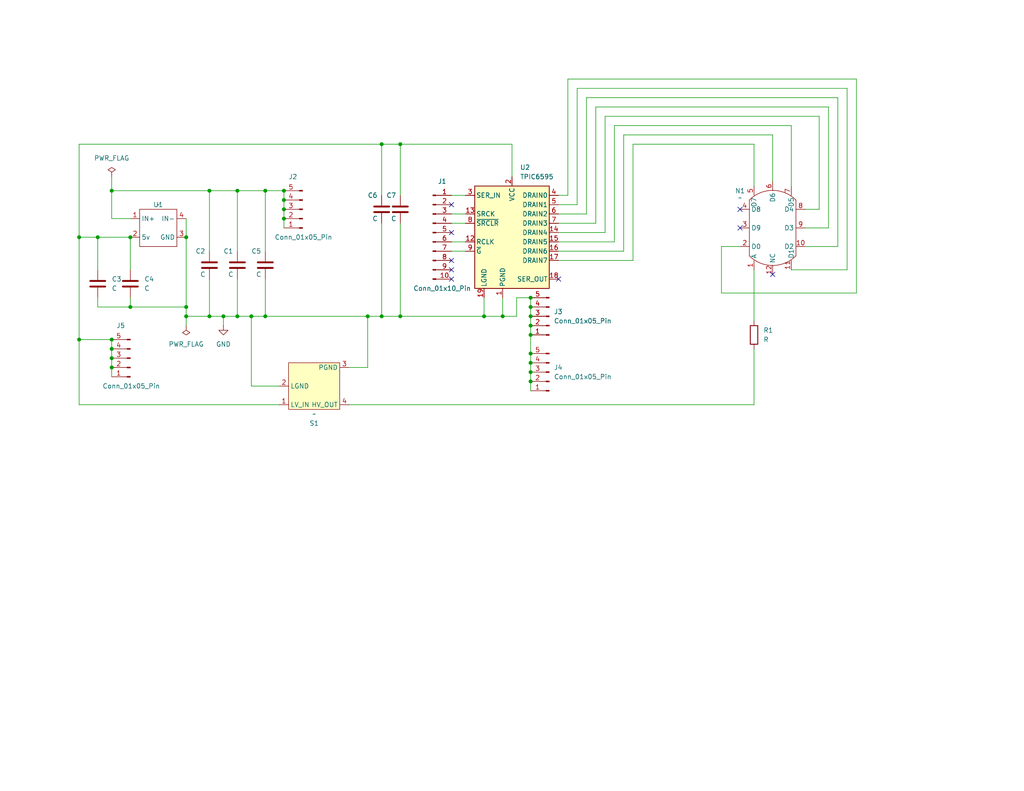
<source format=kicad_sch>
(kicad_sch (version 20231120) (generator "eeschema") (generator_version "8.0")
  (paper "USLetter")
  (title_block (title "Nixie tube clock power prototype") (company "Wholly Unneccesary Technologies (WUT)"))
  (lib_symbols
    (symbol "Connector:Conn_01x05_Pin" (pin_names (offset 1.016) hide)
      (property "Reference" "J" (at 0 7.62 0))
      (property "Value" "Conn_01x05_Pin" (at 0 -7.62 0))
      (symbol "Conn_01x05_Pin_1_1"
        (polyline (pts (xy 1.27 -5.08) (xy 0.8636 -5.08)) (stroke (width 0.1524)))
        (polyline (pts (xy 1.27 -2.54) (xy 0.8636 -2.54)) (stroke (width 0.1524)))
        (polyline (pts (xy 1.27 0) (xy 0.8636 0)) (stroke (width 0.1524)))
        (polyline (pts (xy 1.27 2.54) (xy 0.8636 2.54)) (stroke (width 0.1524)))
        (polyline (pts (xy 1.27 5.08) (xy 0.8636 5.08)) (stroke (width 0.1524)))
        (rectangle (start 0.8636 -4.953) (end 0 -5.207) (stroke (width 0.1524)) (fill (type outline)))
        (rectangle (start 0.8636 -2.413) (end 0 -2.667) (stroke (width 0.1524)) (fill (type outline)))
        (rectangle (start 0.8636 0.127) (end 0 -0.127) (stroke (width 0.1524)) (fill (type outline)))
        (rectangle (start 0.8636 2.667) (end 0 2.413) (stroke (width 0.1524)) (fill (type outline)))
        (rectangle (start 0.8636 5.207) (end 0 4.953) (stroke (width 0.1524)) (fill (type outline)))
        (pin passive line (at 5.08 5.08 180) (length 3.81) (name "Pin_1") (number "1"))
        (pin passive line (at 5.08 2.54 180) (length 3.81) (name "Pin_2") (number "2"))
        (pin passive line (at 5.08 0 180) (length 3.81) (name "Pin_3") (number "3"))
        (pin passive line (at 5.08 -2.54 180) (length 3.81) (name "Pin_4") (number "4"))
        (pin passive line (at 5.08 -5.08 180) (length 3.81) (name "Pin_5") (number "5"))
      )
    )
    (symbol "Connector:Conn_01x10_Pin" (pin_names (offset 1.016) hide)
      (property "Reference" "J" (at 0 12.7 0))
      (property "Value" "Conn_01x10_Pin" (at 0 -15.24 0))
      (symbol "Conn_01x10_Pin_1_1"
        (polyline (pts (xy 1.27 -12.7) (xy 0.8636 -12.7)) (stroke (width 0.1524)))
        (polyline (pts (xy 1.27 -10.16) (xy 0.8636 -10.16)) (stroke (width 0.1524)))
        (polyline (pts (xy 1.27 -7.62) (xy 0.8636 -7.62)) (stroke (width 0.1524)))
        (polyline (pts (xy 1.27 -5.08) (xy 0.8636 -5.08)) (stroke (width 0.1524)))
        (polyline (pts (xy 1.27 -2.54) (xy 0.8636 -2.54)) (stroke (width 0.1524)))
        (polyline (pts (xy 1.27 0) (xy 0.8636 0)) (stroke (width 0.1524)))
        (polyline (pts (xy 1.27 2.54) (xy 0.8636 2.54)) (stroke (width 0.1524)))
        (polyline (pts (xy 1.27 5.08) (xy 0.8636 5.08)) (stroke (width 0.1524)))
        (polyline (pts (xy 1.27 7.62) (xy 0.8636 7.62)) (stroke (width 0.1524)))
        (polyline (pts (xy 1.27 10.16) (xy 0.8636 10.16)) (stroke (width 0.1524)))
        (rectangle (start 0.8636 -12.573) (end 0 -12.827) (stroke (width 0.1524)) (fill (type outline)))
        (rectangle (start 0.8636 -10.033) (end 0 -10.287) (stroke (width 0.1524)) (fill (type outline)))
        (rectangle (start 0.8636 -7.493) (end 0 -7.747) (stroke (width 0.1524)) (fill (type outline)))
        (rectangle (start 0.8636 -4.953) (end 0 -5.207) (stroke (width 0.1524)) (fill (type outline)))
        (rectangle (start 0.8636 -2.413) (end 0 -2.667) (stroke (width 0.1524)) (fill (type outline)))
        (rectangle (start 0.8636 0.127) (end 0 -0.127) (stroke (width 0.1524)) (fill (type outline)))
        (rectangle (start 0.8636 2.667) (end 0 2.413) (stroke (width 0.1524)) (fill (type outline)))
        (rectangle (start 0.8636 5.207) (end 0 4.953) (stroke (width 0.1524)) (fill (type outline)))
        (rectangle (start 0.8636 7.747) (end 0 7.493) (stroke (width 0.1524)) (fill (type outline)))
        (rectangle (start 0.8636 10.287) (end 0 10.033) (stroke (width 0.1524)) (fill (type outline)))
        (pin passive line (at 5.08 10.16 180) (length 3.81) (name "Pin_1") (number "1"))
        (pin passive line (at 5.08 -12.7 180) (length 3.81) (name "Pin_10") (number "10"))
        (pin passive line (at 5.08 7.62 180) (length 3.81) (name "Pin_2") (number "2"))
        (pin passive line (at 5.08 5.08 180) (length 3.81) (name "Pin_3") (number "3"))
        (pin passive line (at 5.08 2.54 180) (length 3.81) (name "Pin_4") (number "4"))
        (pin passive line (at 5.08 0 180) (length 3.81) (name "Pin_5") (number "5"))
        (pin passive line (at 5.08 -2.54 180) (length 3.81) (name "Pin_6") (number "6"))
        (pin passive line (at 5.08 -5.08 180) (length 3.81) (name "Pin_7") (number "7"))
        (pin passive line (at 5.08 -7.62 180) (length 3.81) (name "Pin_8") (number "8"))
        (pin passive line (at 5.08 -10.16 180) (length 3.81) (name "Pin_9") (number "9"))
      )
    )
    (symbol "Device:C" (pin_numbers hide) (pin_names (offset 0.254))
      (property "Reference" "C" (at 0.635 2.54 0))
      (property "Value" "C" (at 0.635 -2.54 0))
      (symbol "C_0_1"
        (polyline (pts (xy -2.032 -0.762) (xy 2.032 -0.762)) (stroke (width 0.508)))
        (polyline (pts (xy -2.032 0.762) (xy 2.032 0.762)) (stroke (width 0.508)))
      )
      (symbol "C_1_1"
        (pin passive line (at 0 3.81 270) (length 2.794) (name "~") (number "1"))
        (pin passive line (at 0 -3.81 90) (length 2.794) (name "~") (number "2"))
      )
    )
    (symbol "Device:R" (pin_numbers hide) (pin_names (offset 0))
      (property "Reference" "R" (at 2.032 0 90))
      (property "Value" "R" (at 0 0 90))
      (symbol "R_0_1"
        (rectangle (start -1.016 -2.54) (end 1.016 2.54) (stroke (width 0.254)))
      )
      (symbol "R_1_1"
        (pin passive line (at 0 3.81 270) (length 1.27) (name "~") (number "1"))
        (pin passive line (at 0 -3.81 90) (length 1.27) (name "~") (number "2"))
      )
    )
    (symbol "Interface_Expansion:TPIC6595" (pin_names (offset 0.381))
      (property "Reference" "U" (at -8.89 13.97 0))
      (property "Value" "TPIC6595" (at 6.35 13.97 0))
      (symbol "TPIC6595_0_1"
        (rectangle (start -10.16 12.7) (end 10.16 -15.24) (stroke (width 0.254)) (fill (type background)))
      )
      (symbol "TPIC6595_1_1"
        (pin power_in line (at -2.54 -17.78 90) (length 2.54) (name "PGND") (number "1"))
        (pin passive line (at -2.54 -17.78 90) (length 2.54) hide (name "PGND") (number "10"))
        (pin passive line (at -2.54 -17.78 90) (length 2.54) hide (name "PGND") (number "11"))
        (pin input line (at -12.7 -2.54 0) (length 2.54) (name "RCLK") (number "12"))
        (pin input line (at -12.7 5.08 0) (length 2.54) (name "SRCK") (number "13"))
        (pin open_collector line (at 12.7 0 180) (length 2.54) (name "DRAIN4") (number "14"))
        (pin open_collector line (at 12.7 -2.54 180) (length 2.54) (name "DRAIN5") (number "15"))
        (pin open_collector line (at 12.7 -5.08 180) (length 2.54) (name "DRAIN6") (number "16"))
        (pin open_collector line (at 12.7 -7.62 180) (length 2.54) (name "DRAIN7") (number "17"))
        (pin output line (at 12.7 -12.7 180) (length 2.54) (name "SER_OUT") (number "18"))
        (pin power_in line (at -7.62 -17.78 90) (length 2.54) (name "LGND") (number "19"))
        (pin power_in line (at 0 15.24 270) (length 2.54) (name "VCC") (number "2"))
        (pin passive line (at -2.54 -17.78 90) (length 2.54) hide (name "PGND") (number "20"))
        (pin input line (at -12.7 10.16 0) (length 2.54) (name "SER_IN") (number "3"))
        (pin open_collector line (at 12.7 10.16 180) (length 2.54) (name "DRAIN0") (number "4"))
        (pin open_collector line (at 12.7 7.62 180) (length 2.54) (name "DRAIN1") (number "5"))
        (pin open_collector line (at 12.7 5.08 180) (length 2.54) (name "DRAIN2") (number "6"))
        (pin open_collector line (at 12.7 2.54 180) (length 2.54) (name "DRAIN3") (number "7"))
        (pin input line (at -12.7 2.54 0) (length 2.54) (name "~{SRCLR}") (number "8"))
        (pin input line (at -12.7 -5.08 0) (length 2.54) (name "~{G}") (number "9"))
      )
    )
    (symbol "NixComp:IN_12A"
      (property "Reference" "N" (at 0 0 0))
      (symbol "IN_12A_1_1"
        (arc (start -6.35 -7.62) (mid 0 -10.2502) (end 6.35 -7.62))
        (polyline (pts (xy -6.35 7.62) (xy -6.35 -7.62)))
        (polyline (pts (xy 6.35 7.62) (xy 6.35 -7.62)))
        (arc (start 6.35 7.62) (mid 0 10.2502) (end -6.35 7.62))
        (pin input line (at 5.08 -11.43 90) (length 2.54) (name "A") (number "1"))
        (pin passive line (at -8.89 -5.08 0) (length 2.54) (name "D2") (number "10"))
        (pin passive line (at -5.08 -11.43 90) (length 2.54) (name "D1") (number "11"))
        (pin passive line (at 0 -12.7 90) (length 2.54) (name "NC") (number "12"))
        (pin passive line (at 8.89 -5.08 180) (length 2.54) (name "D0") (number "2"))
        (pin passive line (at 8.89 0 180) (length 2.54) (name "D9") (number "3"))
        (pin passive line (at 8.89 5.08 180) (length 2.54) (name "D8") (number "4"))
        (pin passive line (at 5.08 11.43 270) (length 2.54) (name "D7") (number "5"))
        (pin passive line (at 0 12.7 270) (length 2.54) (name "D6") (number "6"))
        (pin passive line (at -5.08 11.43 270) (length 2.54) (name "D5") (number "7"))
        (pin passive line (at -8.89 5.08 0) (length 2.54) (name "D4") (number "8"))
        (pin passive line (at -8.89 0 0) (length 2.54) (name "D3") (number "9"))
      )
    )
    (symbol "NixComp:NCH8200HV_170v"
      (property "Reference" "S1" (at -0.635 10.16 0))
      (property "Value" "~" (at -0.635 7.62 0))
      (symbol "NCH8200HV_170v_1_1"
        (rectangle (start -7.62 6.35) (end 6.35 -6.35) (stroke (width 0) (color 132 0 0 1)) (fill (type background)))
        (pin power_in line (at -10.16 5.08 0) (length 2.54) (name "LV_IN") (number "1"))
        (pin power_in line (at -10.16 0 0) (length 2.54) (name "LGND") (number "2"))
        (pin power_in line (at 8.89 -5.08 180) (length 2.54) (name "PGND") (number "3"))
        (pin power_out line (at 8.89 5.08 180) (length 2.54) (name "HV_OUT") (number "4"))
      )
    )
    (symbol "NixComp:TR4R7"
      (property "Reference" "U" (at 0 0 0))
      (symbol "TR4R7_0_1"
        (rectangle (start -5.08 5.08) (end 5.08 -5.08))
      )
      (symbol "TR4R7_1_1"
        (pin power_in line (at -7.62 2.54 0) (length 2.54) (name "IN+") (number "1"))
        (pin power_out line (at -7.62 -2.54 0) (length 2.54) (name "5v") (number "2"))
        (pin power_in line (at 7.62 -2.54 180) (length 2.54) (name "GND") (number "3"))
        (pin power_in line (at 7.62 2.54 180) (length 2.54) (name "IN-") (number "4"))
      )
    )
    (symbol "power:GND" (power) (pin_numbers hide) (pin_names (offset 0) hide)
      (property "Value" "GND" (at 0 -3.81 0))
      (symbol "GND_0_1"
        (polyline (pts (xy 0 0) (xy 0 -1.27) (xy 1.27 -1.27) (xy 0 -2.54) (xy -1.27 -1.27) (xy 0 -1.27)))
      )
      (symbol "GND_1_1"
        (pin power_in line (at 0 0 270) (length 0) (name "~") (number "1"))
      )
    )
    (symbol "power:PWR_FLAG" (power) (pin_numbers hide) (pin_names (offset 0) hide)
      (property "Value" "PWR_FLAG" (at 0 3.81 0))
      (symbol "PWR_FLAG_0_0"
        (pin power_out line (at 0 0 90) (length 0) (name "~") (number "1"))
      )
      (symbol "PWR_FLAG_0_1"
        (polyline (pts (xy 0 0) (xy 0 1.27) (xy -1.016 1.905) (xy 0 2.54) (xy 1.016 1.905) (xy 0 1.27)))
      )
    )
  )
  (junction (at 144.78 81.28))
  (junction (at 72.39 86.36))
  (junction (at 35.56 83.82))
  (junction (at 30.48 97.79))
  (junction (at 144.78 101.6))
  (junction (at 144.78 104.14))
  (junction (at 57.15 52.07))
  (junction (at 144.78 88.9))
  (junction (at 64.77 52.07))
  (junction (at 100.33 86.36))
  (junction (at 77.47 57.15))
  (junction (at 50.8 83.82))
  (junction (at 21.59 92.71))
  (junction (at 26.67 64.77))
  (junction (at 64.77 86.36))
  (junction (at 21.59 64.77))
  (junction (at 109.22 86.36))
  (junction (at 77.47 59.69))
  (junction (at 144.78 83.82))
  (junction (at 144.78 96.52))
  (junction (at 104.14 86.36))
  (junction (at 77.47 54.61))
  (junction (at 30.48 52.07))
  (junction (at 50.8 86.36))
  (junction (at 50.8 64.77))
  (junction (at 77.47 52.07))
  (junction (at 35.56 64.77))
  (junction (at 104.14 39.37))
  (junction (at 144.78 91.44))
  (junction (at 30.48 100.33))
  (junction (at 144.78 86.36))
  (junction (at 144.78 99.06))
  (junction (at 132.08 86.36))
  (junction (at 109.22 39.37))
  (junction (at 57.15 86.36))
  (junction (at 137.16 86.36))
  (junction (at 60.96 86.36))
  (junction (at 68.58 86.36))
  (junction (at 30.48 95.25))
  (junction (at 72.39 52.07))
  (junction (at 30.48 92.71))
  (no_connect (at 123.19 73.66))
  (no_connect (at 201.93 57.15))
  (no_connect (at 123.19 63.5))
  (no_connect (at 123.19 71.12))
  (no_connect (at 123.19 55.88))
  (no_connect (at 152.4 76.2))
  (no_connect (at 210.82 74.93))
  (no_connect (at 123.19 76.2))
  (no_connect (at 201.93 62.23))
  (wire (pts (xy 30.48 95.25) (xy 30.48 97.79)))
  (wire (pts (xy 26.67 83.82) (xy 35.56 83.82)))
  (wire (pts (xy 160.02 58.42) (xy 160.02 26.67)))
  (wire (pts (xy 35.56 81.28) (xy 35.56 83.82)))
  (wire (pts (xy 26.67 64.77) (xy 21.59 64.77)))
  (wire (pts (xy 144.78 101.6) (xy 144.78 104.14)))
  (wire (pts (xy 167.64 66.04) (xy 167.64 34.29)))
  (wire (pts (xy 162.56 29.21) (xy 226.06 29.21)))
  (wire (pts (xy 26.67 81.28) (xy 26.67 83.82)))
  (wire (pts (xy 139.7 48.26) (xy 139.7 39.37)))
  (wire (pts (xy 144.78 88.9) (xy 144.78 91.44)))
  (wire (pts (xy 35.56 83.82) (xy 50.8 83.82)))
  (wire (pts (xy 144.78 81.28) (xy 144.78 83.82)))
  (wire (pts (xy 228.6 26.67) (xy 228.6 67.31)))
  (wire (pts (xy 170.18 68.58) (xy 170.18 36.83)))
  (wire (pts (xy 215.9 34.29) (xy 215.9 50.8)))
  (wire (pts (xy 64.77 76.2) (xy 64.77 86.36)))
  (wire (pts (xy 50.8 88.9) (xy 50.8 86.36)))
  (wire (pts (xy 132.08 86.36) (xy 137.16 86.36)))
  (wire (pts (xy 144.78 99.06) (xy 144.78 101.6)))
  (wire (pts (xy 196.85 67.31) (xy 196.85 80.01)))
  (wire (pts (xy 100.33 86.36) (xy 100.33 100.33)))
  (wire (pts (xy 72.39 52.07) (xy 72.39 68.58)))
  (wire (pts (xy 219.71 57.15) (xy 223.52 57.15)))
  (wire (pts (xy 152.4 63.5) (xy 165.1 63.5)))
  (wire (pts (xy 140.97 81.28) (xy 140.97 86.36)))
  (wire (pts (xy 109.22 39.37) (xy 139.7 39.37)))
  (wire (pts (xy 35.56 64.77) (xy 35.56 73.66)))
  (wire (pts (xy 26.67 64.77) (xy 26.67 73.66)))
  (wire (pts (xy 205.74 39.37) (xy 205.74 50.8)))
  (wire (pts (xy 152.4 66.04) (xy 167.64 66.04)))
  (wire (pts (xy 162.56 60.96) (xy 162.56 29.21)))
  (wire (pts (xy 35.56 64.77) (xy 26.67 64.77)))
  (wire (pts (xy 50.8 64.77) (xy 50.8 83.82)))
  (wire (pts (xy 77.47 54.61) (xy 77.47 57.15)))
  (wire (pts (xy 72.39 52.07) (xy 77.47 52.07)))
  (wire (pts (xy 123.19 58.42) (xy 127 58.42)))
  (wire (pts (xy 57.15 52.07) (xy 30.48 52.07)))
  (wire (pts (xy 21.59 92.71) (xy 21.59 110.49)))
  (wire (pts (xy 95.25 110.49) (xy 205.74 110.49)))
  (wire (pts (xy 77.47 52.07) (xy 77.47 54.61)))
  (wire (pts (xy 210.82 36.83) (xy 210.82 49.53)))
  (wire (pts (xy 76.2 110.49) (xy 21.59 110.49)))
  (wire (pts (xy 100.33 86.36) (xy 104.14 86.36)))
  (wire (pts (xy 68.58 86.36) (xy 68.58 105.41)))
  (wire (pts (xy 231.14 24.13) (xy 231.14 73.66)))
  (wire (pts (xy 21.59 92.71) (xy 30.48 92.71)))
  (wire (pts (xy 219.71 62.23) (xy 226.06 62.23)))
  (wire (pts (xy 104.14 39.37) (xy 109.22 39.37)))
  (wire (pts (xy 172.72 39.37) (xy 205.74 39.37)))
  (wire (pts (xy 123.19 53.34) (xy 127 53.34)))
  (wire (pts (xy 219.71 67.31) (xy 228.6 67.31)))
  (wire (pts (xy 30.48 48.26) (xy 30.48 52.07)))
  (wire (pts (xy 226.06 29.21) (xy 226.06 62.23)))
  (wire (pts (xy 157.48 55.88) (xy 157.48 24.13)))
  (wire (pts (xy 154.94 21.59) (xy 233.68 21.59)))
  (wire (pts (xy 144.78 104.14) (xy 144.78 106.68)))
  (wire (pts (xy 104.14 60.96) (xy 104.14 86.36)))
  (wire (pts (xy 64.77 86.36) (xy 68.58 86.36)))
  (wire (pts (xy 64.77 52.07) (xy 72.39 52.07)))
  (wire (pts (xy 21.59 64.77) (xy 21.59 92.71)))
  (wire (pts (xy 72.39 76.2) (xy 72.39 86.36)))
  (wire (pts (xy 165.1 31.75) (xy 223.52 31.75)))
  (wire (pts (xy 144.78 83.82) (xy 144.78 86.36)))
  (wire (pts (xy 57.15 52.07) (xy 57.15 68.58)))
  (wire (pts (xy 172.72 71.12) (xy 172.72 39.37)))
  (wire (pts (xy 21.59 39.37) (xy 104.14 39.37)))
  (wire (pts (xy 109.22 86.36) (xy 132.08 86.36)))
  (wire (pts (xy 152.4 71.12) (xy 172.72 71.12)))
  (wire (pts (xy 109.22 39.37) (xy 109.22 53.34)))
  (wire (pts (xy 35.56 59.69) (xy 30.48 59.69)))
  (wire (pts (xy 233.68 21.59) (xy 233.68 80.01)))
  (wire (pts (xy 196.85 67.31) (xy 201.93 67.31)))
  (wire (pts (xy 205.74 73.66) (xy 205.74 87.63)))
  (wire (pts (xy 154.94 53.34) (xy 154.94 21.59)))
  (wire (pts (xy 50.8 59.69) (xy 50.8 64.77)))
  (wire (pts (xy 30.48 92.71) (xy 30.48 95.25)))
  (wire (pts (xy 123.19 66.04) (xy 127 66.04)))
  (wire (pts (xy 157.48 24.13) (xy 231.14 24.13)))
  (wire (pts (xy 77.47 57.15) (xy 77.47 59.69)))
  (wire (pts (xy 64.77 52.07) (xy 64.77 68.58)))
  (wire (pts (xy 137.16 81.28) (xy 137.16 86.36)))
  (wire (pts (xy 144.78 81.28) (xy 140.97 81.28)))
  (wire (pts (xy 144.78 91.44) (xy 144.78 96.52)))
  (wire (pts (xy 30.48 100.33) (xy 30.48 102.87)))
  (wire (pts (xy 152.4 68.58) (xy 170.18 68.58)))
  (wire (pts (xy 57.15 86.36) (xy 60.96 86.36)))
  (wire (pts (xy 104.14 86.36) (xy 109.22 86.36)))
  (wire (pts (xy 152.4 58.42) (xy 160.02 58.42)))
  (wire (pts (xy 152.4 53.34) (xy 154.94 53.34)))
  (wire (pts (xy 152.4 60.96) (xy 162.56 60.96)))
  (wire (pts (xy 68.58 86.36) (xy 72.39 86.36)))
  (wire (pts (xy 60.96 86.36) (xy 64.77 86.36)))
  (wire (pts (xy 72.39 86.36) (xy 100.33 86.36)))
  (wire (pts (xy 123.19 68.58) (xy 127 68.58)))
  (wire (pts (xy 160.02 26.67) (xy 228.6 26.67)))
  (wire (pts (xy 144.78 86.36) (xy 144.78 88.9)))
  (wire (pts (xy 170.18 36.83) (xy 210.82 36.83)))
  (wire (pts (xy 132.08 81.28) (xy 132.08 86.36)))
  (wire (pts (xy 95.25 100.33) (xy 100.33 100.33)))
  (wire (pts (xy 123.19 60.96) (xy 127 60.96)))
  (wire (pts (xy 104.14 39.37) (xy 104.14 53.34)))
  (wire (pts (xy 30.48 52.07) (xy 30.48 59.69)))
  (wire (pts (xy 165.1 63.5) (xy 165.1 31.75)))
  (wire (pts (xy 205.74 95.25) (xy 205.74 110.49)))
  (wire (pts (xy 109.22 60.96) (xy 109.22 86.36)))
  (wire (pts (xy 223.52 31.75) (xy 223.52 57.15)))
  (wire (pts (xy 57.15 76.2) (xy 57.15 86.36)))
  (wire (pts (xy 233.68 80.01) (xy 196.85 80.01)))
  (wire (pts (xy 137.16 86.36) (xy 140.97 86.36)))
  (wire (pts (xy 64.77 52.07) (xy 57.15 52.07)))
  (wire (pts (xy 60.96 88.9) (xy 60.96 86.36)))
  (wire (pts (xy 152.4 55.88) (xy 157.48 55.88)))
  (wire (pts (xy 144.78 96.52) (xy 144.78 99.06)))
  (wire (pts (xy 50.8 83.82) (xy 50.8 86.36)))
  (wire (pts (xy 77.47 59.69) (xy 77.47 62.23)))
  (wire (pts (xy 21.59 64.77) (xy 21.59 39.37)))
  (wire (pts (xy 30.48 97.79) (xy 30.48 100.33)))
  (wire (pts (xy 50.8 86.36) (xy 57.15 86.36)))
  (wire (pts (xy 76.2 105.41) (xy 68.58 105.41)))
  (wire (pts (xy 231.14 73.66) (xy 215.9 73.66)))
  (wire (pts (xy 167.64 34.29) (xy 215.9 34.29)))
  (symbol (lib_id "Device:R") (at 205.74 91.44 0) (unit 1)
    (property "Reference" "R1" (at 208.28 90.1699 0) (effects (justify left)))
    (property "Value" "R" (at 208.28 92.7099 0) (effects (justify left)))
    (property "Footprint" "Resistor_THT:R_Axial_DIN0414_L11.9mm_D4.5mm_P15.24mm_Horizontal" (effects (hide yes)))
    (property "Description" "Resistor" (effects (hide yes)))
  )
  (symbol (lib_id "Connector:Conn_01x05_Pin") (at 35.56 97.79 180) (unit 1)
    (property "Reference" "J5" (at 31.75 88.9 0) (effects (justify right)))
    (property "Value" "Conn_01x05_Pin" (at 27.94 105.41 0) (effects (justify right)))
    (property "Footprint" "NixComp:PinHeader_1x05_P2.54mm_Vertical_SmallCourt" (effects (hide yes)))
    (property "Description" "Generic connector, single row, 01x05, script generated" (effects (hide yes)))
  )
  (symbol (lib_id "Device:C") (at 109.22 57.15 0) (unit 1)
    (property "Reference" "C7" (at 105.41 53.34 0) (effects (justify left)))
    (property "Value" "C" (at 106.68 59.69 0) (effects (justify left)))
    (property "Footprint" "Capacitor_THT:C_Disc_D3.0mm_W1.6mm_P2.50mm" (effects (hide yes)))
    (property "Description" "Unpolarized capacitor" (effects (hide yes)))
  )
  (symbol (lib_id "Connector:Conn_01x05_Pin") (at 82.55 57.15 180) (unit 1)
    (property "Reference" "J2" (at 78.74 48.26 0) (effects (justify right)))
    (property "Value" "Conn_01x05_Pin" (at 74.93 64.77 0) (effects (justify right)))
    (property "Footprint" "NixComp:PinHeader_1x05_P2.54mm_Vertical_SmallCourt" (effects (hide yes)))
    (property "Description" "Generic connector, single row, 01x05, script generated" (effects (hide yes)))
  )
  (symbol (lib_id "NixComp:NCH8200HV_170v") (at 86.36 105.41 0) (mirror x) (unit 1)
    (property "Reference" "S1" (at 85.725 115.57 0))
    (property "Value" "~" (at 85.725 113.03 0))
    (property "Footprint" "NixComp:NCH8200HV_Socket_LongPads" (effects (hide yes)))
  )
  (symbol (lib_id "NixComp:TR4R7") (at 43.18 62.23 0) (unit 1)
    (property "Reference" "U1" (at 43.18 55.88 0))
    (property "Value" "~" (at 43.18 55.88 0))
    (property "Footprint" "NixComp:TR4R7" (effects (hide yes)))
    (property "Description" "6.5+ => 5v regulated buck converter" (effects (hide yes)))
  )
  (symbol (lib_id "Device:C") (at 26.67 77.47 0) (unit 1)
    (property "Reference" "C3" (at 30.48 76.1999 0) (effects (justify left)))
    (property "Value" "C" (at 30.48 78.7399 0) (effects (justify left)))
    (property "Footprint" "Capacitor_THT:CP_Radial_D5.0mm_P2.50mm" (effects (hide yes)))
    (property "Description" "Unpolarized capacitor" (effects (hide yes)))
  )
  (symbol (lib_id "Connector:Conn_01x05_Pin") (at 149.86 86.36 180) (unit 1)
    (property "Reference" "J3" (at 151.13 85.0899 0) (effects (justify right)))
    (property "Value" "Conn_01x05_Pin" (at 151.13 87.6299 0) (effects (justify right)))
    (property "Footprint" "NixComp:PinHeader_1x05_P2.54mm_Vertical_SmallCourt" (effects (hide yes)))
    (property "Description" "Generic connector, single row, 01x05, script generated" (effects (hide yes)))
  )
  (symbol (lib_id "Device:C") (at 57.15 72.39 0) (unit 1)
    (property "Reference" "C2" (at 53.34 68.58 0) (effects (justify left)))
    (property "Value" "C" (at 54.61 74.93 0) (effects (justify left)))
    (property "Footprint" "Capacitor_THT:C_Disc_D3.0mm_W1.6mm_P2.50mm" (effects (hide yes)))
    (property "Description" "Unpolarized capacitor" (effects (hide yes)))
  )
  (symbol (lib_id "Connector:Conn_01x05_Pin") (at 149.86 101.6 180) (unit 1)
    (property "Reference" "J4" (at 151.13 100.3299 0) (effects (justify right)))
    (property "Value" "Conn_01x05_Pin" (at 151.13 102.8699 0) (effects (justify right)))
    (property "Footprint" "NixComp:PinHeader_1x05_P2.54mm_Vertical_SmallCourt" (effects (hide yes)))
    (property "Description" "Generic connector, single row, 01x05, script generated" (effects (hide yes)))
  )
  (symbol (lib_id "Device:C") (at 72.39 72.39 0) (unit 1)
    (property "Reference" "C5" (at 68.58 68.58 0) (effects (justify left)))
    (property "Value" "C" (at 69.85 74.93 0) (effects (justify left)))
    (property "Footprint" "Capacitor_THT:C_Disc_D3.0mm_W1.6mm_P2.50mm" (effects (hide yes)))
    (property "Description" "Unpolarized capacitor" (effects (hide yes)))
  )
  (symbol (lib_id "Device:C") (at 104.14 57.15 0) (unit 1)
    (property "Reference" "C6" (at 100.33 53.34 0) (effects (justify left)))
    (property "Value" "C" (at 101.6 59.69 0) (effects (justify left)))
    (property "Footprint" "Capacitor_THT:C_Disc_D3.0mm_W1.6mm_P2.50mm" (effects (hide yes)))
    (property "Description" "Unpolarized capacitor" (effects (hide yes)))
  )
  (symbol (lib_id "power:PWR_FLAG") (at 50.8 88.9 180) (unit 1)
    (property "Reference" "#FLG02" (effects (hide yes)))
    (property "Value" "PWR_FLAG" (at 50.8 93.98 0))
    (property "Description" "Special symbol for telling ERC where power comes from" (effects (hide yes)))
  )
  (symbol (lib_id "Interface_Expansion:TPIC6595") (at 139.7 63.5 0) (unit 1)
    (property "Reference" "U2" (at 141.8941 45.72 0) (effects (justify left)))
    (property "Value" "TPIC6595" (at 141.8941 48.26 0) (effects (justify left)))
    (property "Footprint" "Package_DIP:DIP-20_W7.62mm_LongPads" (effects (hide yes)))
    (property "Datasheet" "http://www.ti.com/lit/ds/symlink/tpic6595.pdf" (effects (hide yes)))
    (property "Description" "Power Logic 8-bit Shift Register, DIP-8/SOIC-8" (effects (hide yes)))
  )
  (symbol (lib_id "power:GND") (at 60.96 88.9 0) (unit 1)
    (property "Reference" "#PWR01" (effects (hide yes)))
    (property "Value" "GND" (at 60.96 93.98 0))
    (property "Description" "Power symbol creates a global label with name \"GND\" , ground" (effects (hide yes)))
  )
  (symbol (lib_id "Device:C") (at 64.77 72.39 0) (unit 1)
    (property "Reference" "C1" (at 60.96 68.58 0) (effects (justify left)))
    (property "Value" "C" (at 62.23 74.93 0) (effects (justify left)))
    (property "Footprint" "Capacitor_THT:CP_Radial_D5.0mm_P2.50mm" (effects (hide yes)))
    (property "Description" "Unpolarized capacitor" (effects (hide yes)))
  )
  (symbol (lib_id "Connector:Conn_01x10_Pin") (at 118.11 63.5 0) (unit 1)
    (property "Reference" "J1" (at 120.65 49.53 0))
    (property "Value" "Conn_01x10_Pin" (at 120.65 78.74 0))
    (property "Footprint" "Connector_PinHeader_2.54mm:PinHeader_1x10_P2.54mm_Vertical" (effects (hide yes)))
    (property "Description" "Generic connector, single row, 01x10, script generated" (effects (hide yes)))
  )
  (symbol (lib_id "power:PWR_FLAG") (at 30.48 48.26 0) (unit 1)
    (property "Reference" "#FLG01" (effects (hide yes)))
    (property "Value" "PWR_FLAG" (at 30.48 43.18 0))
    (property "Description" "Special symbol for telling ERC where power comes from" (effects (hide yes)))
  )
  (symbol (lib_id "NixComp:IN_12A") (at 210.82 62.23 0) (mirror y) (unit 1)
    (property "Reference" "N1" (at 201.93 52.1014 0))
    (property "Value" "~" (at 201.93 54.0065 0))
    (property "Footprint" "NixComp:IN_12B_Socket" (effects (hide yes)))
  )
  (symbol (lib_id "Device:C") (at 35.56 77.47 0) (unit 1)
    (property "Reference" "C4" (at 39.37 76.1999 0) (effects (justify left)))
    (property "Value" "C" (at 39.37 78.7399 0) (effects (justify left)))
    (property "Footprint" "Capacitor_THT:C_Disc_D3.0mm_W1.6mm_P2.50mm" (effects (hide yes)))
    (property "Description" "Unpolarized capacitor" (effects (hide yes)))
  )
)
</source>
